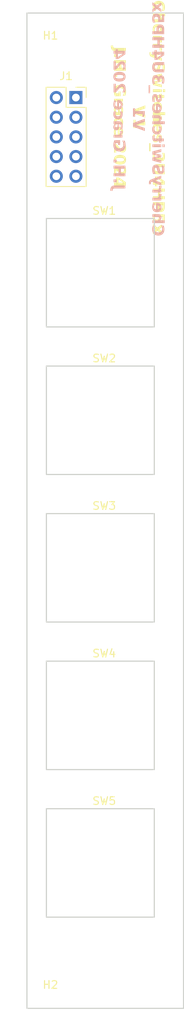
<source format=kicad_pcb>
(kicad_pcb (version 20240108) (generator "pcbnew") (generator_version "8.0")
  (layers (0 "F.Cu" signal) (31 "B.Cu" signal) (34 "B.Paste" user) (35 "F.Paste" user) (36 "B.SilkS" user "B.Silkscreen") (37 "F.SilkS" user "F.Silkscreen") (38 "B.Mask" user) (39 "F.Mask" user) (44 "Edge.Cuts" user))
  (net 0 "")
  (footprint "MountingHole:MountingHole_3.2mm_M3" (layer "F.Cu") (at 7.61962 5.425)
    (property "Reference" "H1" (at -4.57162 -0.091 0) (layer "F.SilkS"))
    (property "Value" "MountingHole")
    (pad "" np_thru_hole circle (at 0 0) (size 3.2 3.2) (drill 3.2) (layers "*.Cu" "*.Mask"))
  )
  (footprint "EXC:SW_Cherry_MX_1.00u_Mount" (layer "F.Cu") (at 9.52498 35.95)
    (property "Reference" "SW1" (at 0.5 -8 0) (layer "F.SilkS"))
    (property "Value" "SW_SPST")
    (fp_rect (start -7 -7) (end 7 7) (stroke (width 0.15)) (fill none) (layer "Edge.Cuts"))
  )
  (footprint "EXC:SW_Cherry_MX_1.00u_Mount" (layer "F.Cu") (at 9.52498 74.05)
    (property "Reference" "SW3" (at 0.5 -8 0) (layer "F.SilkS"))
    (property "Value" "SW_SPST")
    (fp_rect (start -7 -7) (end 7 7) (stroke (width 0.15)) (fill none) (layer "Edge.Cuts"))
  )
  (footprint "EXC:SW_Cherry_MX_1.00u_Mount" (layer "F.Cu") (at 9.52498 112.15)
    (property "Reference" "SW5" (at 0.5 -8 0) (layer "F.SilkS"))
    (property "Value" "SW_SPST")
    (fp_rect (start -7 -7) (end 7 7) (stroke (width 0.15)) (fill none) (layer "Edge.Cuts"))
  )
  (footprint "EXC:SW_Cherry_MX_1.00u_Mount" (layer "F.Cu") (at 9.52498 55)
    (property "Reference" "SW2" (at 0.5 -8 0) (layer "F.SilkS"))
    (property "Value" "SW_SPST")
    (fp_rect (start -7 -7) (end 7 7) (stroke (width 0.15)) (fill none) (layer "Edge.Cuts"))
  )
  (footprint "Connector_PinSocket_2.54mm:PinSocket_2x05_P2.54mm_Vertical" (layer "F.Cu") (at 6.35 13.335)
    (property "Reference" "J1" (at -1.27 -2.77 0) (layer "F.SilkS"))
    (property "Value" "Conn_02x05_Odd_Even")
    (fp_line (start -3.87 -1.33) (end -3.87 11.49) (stroke (width 0.12)) (layer "F.SilkS"))
    (fp_line (start -3.87 -1.33) (end -1.27 -1.33) (stroke (width 0.12)) (layer "F.SilkS"))
    (fp_line (start -3.87 11.49) (end 1.33 11.49) (stroke (width 0.12)) (layer "F.SilkS"))
    (fp_line (start -1.27 -1.33) (end -1.27 1.27) (stroke (width 0.12)) (layer "F.SilkS"))
    (fp_line (start -1.27 1.27) (end 1.33 1.27) (stroke (width 0.12)) (layer "F.SilkS"))
    (fp_line (start 0 -1.33) (end 1.33 -1.33) (stroke (width 0.12)) (layer "F.SilkS"))
    (fp_line (start 1.33 -1.33) (end 1.33 0) (stroke (width 0.12)) (layer "F.SilkS"))
    (fp_line (start 1.33 1.27) (end 1.33 11.49) (stroke (width 0.12)) (layer "F.SilkS"))
    (pad "1" thru_hole rect (at 0 0) (size 1.7 1.7) (drill 1) (layers "*.Cu" "*.Mask"))
    (pad "2" thru_hole oval (at -2.54 0) (size 1.7 1.7) (drill 1) (layers "*.Cu" "*.Mask"))
    (pad "3" thru_hole oval (at 0 2.54) (size 1.7 1.7) (drill 1) (layers "*.Cu" "*.Mask"))
    (pad "4" thru_hole oval (at -2.54 2.54) (size 1.7 1.7) (drill 1) (layers "*.Cu" "*.Mask"))
    (pad "5" thru_hole oval (at 0 5.08) (size 1.7 1.7) (drill 1) (layers "*.Cu" "*.Mask"))
    (pad "6" thru_hole oval (at -2.54 5.08) (size 1.7 1.7) (drill 1) (layers "*.Cu" "*.Mask"))
    (pad "7" thru_hole oval (at 0 7.62) (size 1.7 1.7) (drill 1) (layers "*.Cu" "*.Mask"))
    (pad "8" thru_hole oval (at -2.54 7.62) (size 1.7 1.7) (drill 1) (layers "*.Cu" "*.Mask"))
    (pad "9" thru_hole oval (at 0 10.16) (size 1.7 1.7) (drill 1) (layers "*.Cu" "*.Mask"))
    (pad "10" thru_hole oval (at -2.54 10.16) (size 1.7 1.7) (drill 1) (layers "*.Cu" "*.Mask"))
  )
  (footprint "EXC:SW_Cherry_MX_1.00u_Mount" (layer "F.Cu") (at 9.52498 93.1)
    (property "Reference" "SW4" (at 0.5 -8 0) (layer "F.SilkS"))
    (property "Value" "SW_SPST")
    (fp_rect (start -7 -7) (end 7 7) (stroke (width 0.15)) (fill none) (layer "Edge.Cuts"))
  )
  (footprint "MountingHole:MountingHole_3.2mm_M3" (layer "F.Cu") (at 7.61962 127.925)
    (property "Reference" "H2" (at -4.57162 -0.036 0) (layer "F.SilkS"))
    (property "Value" "MountingHole")
    (pad "" np_thru_hole circle (at 0 0) (size 3.2 3.2) (drill 3.2) (layers "*.Cu" "*.Mask"))
  )
  (gr_rect (start 0 2.425) (end 20.32 130.925) (stroke (width 0.15)) (fill none) (layer "Edge.Cuts"))
  (gr_text "CherrySwitches_3U4HP5x\nV1\nJ.H. Grace 2024" (at 17.78 16.129 270) (layer "B.SilkS") (effects (font (size 1.5 1.5) (thickness 0.3) (bold yes)) (justify top mirror)))
  (gr_text "CherrySwitches_3U4HP5x\nV1\nJ.H. Grace 2024" (at 11.049 15.875 270) (layer "F.SilkS") (effects (font (size 1.5 1.5) (thickness 0.3) (bold yes)) (justify bottom)))
)
</source>
